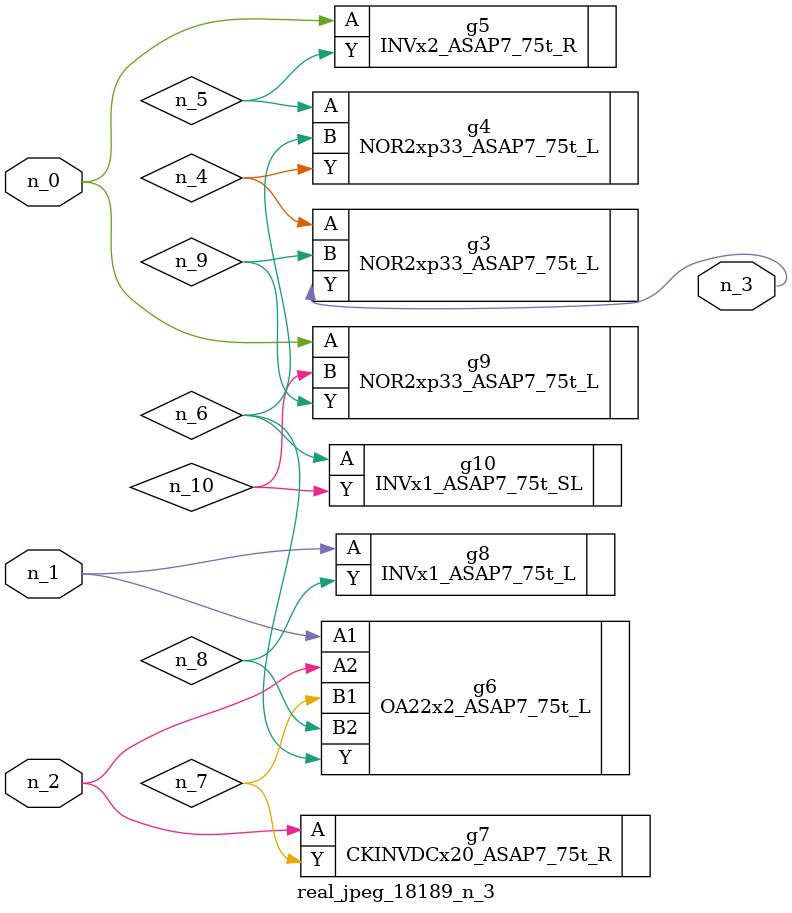
<source format=v>
module real_jpeg_18189_n_3 (n_1, n_0, n_2, n_3);

input n_1;
input n_0;
input n_2;

output n_3;

wire n_5;
wire n_8;
wire n_4;
wire n_6;
wire n_7;
wire n_10;
wire n_9;

INVx2_ASAP7_75t_R g5 ( 
.A(n_0),
.Y(n_5)
);

NOR2xp33_ASAP7_75t_L g9 ( 
.A(n_0),
.B(n_10),
.Y(n_9)
);

OA22x2_ASAP7_75t_L g6 ( 
.A1(n_1),
.A2(n_2),
.B1(n_7),
.B2(n_8),
.Y(n_6)
);

INVx1_ASAP7_75t_L g8 ( 
.A(n_1),
.Y(n_8)
);

CKINVDCx20_ASAP7_75t_R g7 ( 
.A(n_2),
.Y(n_7)
);

NOR2xp33_ASAP7_75t_L g3 ( 
.A(n_4),
.B(n_9),
.Y(n_3)
);

NOR2xp33_ASAP7_75t_L g4 ( 
.A(n_5),
.B(n_6),
.Y(n_4)
);

INVx1_ASAP7_75t_SL g10 ( 
.A(n_6),
.Y(n_10)
);


endmodule
</source>
